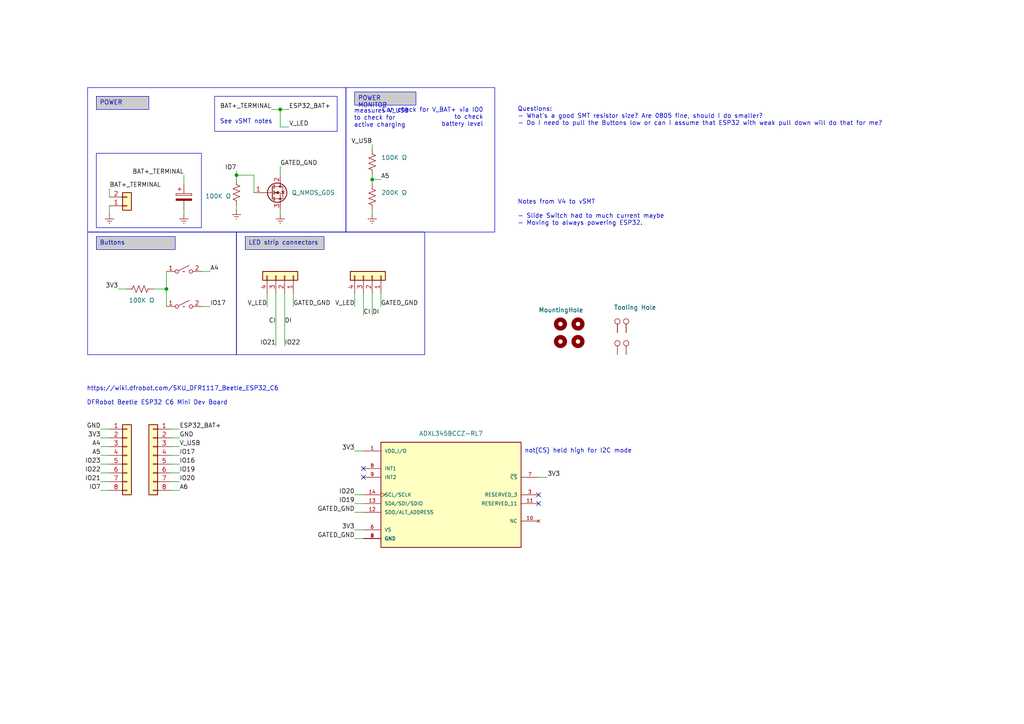
<source format=kicad_sch>
(kicad_sch (version 20231120) (generator "eeschema") (generator_version "8.0")
  (paper "A4")
  (title_block (title "PovPOI") (date "2024-08-29") (rev "5"))
  (lib_symbols
    (symbol "ADXL345BCCZ-RL7:ADXL345BCCZ-RL7" (pin_names (offset 1.016))
      (property "Reference" "U" (at -20.32 15.748 0))
      (property "Value" "ADXL345BCCZ-RL7" (at -20.32 -17.78 0))
      (symbol "ADXL345BCCZ-RL7_0_0"
        (rectangle (start -20.32 -15.24) (end 20.32 15.24) (stroke (width 0.254)) (fill (type background)))
        (pin power_in line (at 25.4 12.7 180) (length 5.08) (name "VDD_I/O") (number "1"))
        (pin no_connect line (at -25.4 -7.62 0) (length 5.08) (name "NC") (number "10"))
        (pin passive line (at -25.4 -2.54 0) (length 5.08) (name "RESERVED_11") (number "11"))
        (pin output line (at 25.4 -5.08 180) (length 5.08) (name "SDO/ALT_ADDRESS") (number "12"))
        (pin bidirectional line (at 25.4 -2.54 180) (length 5.08) (name "SDA/SDI/SDIO") (number "13"))
        (pin bidirectional clock (at 25.4 0 180) (length 5.08) (name "SCL/SCLK") (number "14"))
        (pin power_in line (at 25.4 -12.7 180) (length 5.08) (name "GND") (number "2"))
        (pin passive line (at -25.4 0 0) (length 5.08) (name "RESERVED_3") (number "3"))
        (pin power_in line (at 25.4 -12.7 180) (length 5.08) (name "GND") (number "4"))
        (pin power_in line (at 25.4 -12.7 180) (length 5.08) (name "GND") (number "5"))
        (pin power_in line (at 25.4 -10.16 180) (length 5.08) (name "VS") (number "6"))
        (pin input line (at -25.4 5.08 0) (length 5.08) (name "~{CS}") (number "7"))
        (pin output line (at 25.4 7.62 180) (length 5.08) (name "INT1") (number "8"))
        (pin output line (at 25.4 5.08 180) (length 5.08) (name "INT2") (number "9"))
      )
    )
    (symbol "Connector:TestPoint" (pin_numbers hide) (pin_names (offset 0.762) hide)
      (property "Reference" "TP" (at 0 6.858 0))
      (property "Value" "TestPoint" (at 0 5.08 0))
      (symbol "TestPoint_0_1"
        (circle (center 0 3.302) (radius 0.762))
      )
      (symbol "TestPoint_1_1"
        (pin passive line (at 0 0 90) (length 2.54) (name "1") (number "1"))
      )
    )
    (symbol "Connector_Generic:Conn_01x02" (pin_names (offset 1.016) hide)
      (property "Reference" "J" (at 0 2.54 0))
      (property "Value" "Conn_01x02" (at 0 -5.08 0))
      (symbol "Conn_01x02_1_1"
        (rectangle (start -1.27 -2.413) (end 0 -2.667) (stroke (width 0.1524)))
        (rectangle (start -1.27 0.127) (end 0 -0.127) (stroke (width 0.1524)))
        (rectangle (start -1.27 1.27) (end 1.27 -3.81) (stroke (width 0.254)) (fill (type background)))
        (pin passive line (at -5.08 0 0) (length 3.81) (name "Pin_1") (number "1"))
        (pin passive line (at -5.08 -2.54 0) (length 3.81) (name "Pin_2") (number "2"))
      )
    )
    (symbol "Connector_Generic:Conn_01x04" (pin_names (offset 1.016) hide)
      (property "Reference" "J" (at 0 5.08 0))
      (property "Value" "Conn_01x04" (at 0 -7.62 0))
      (symbol "Conn_01x04_1_1"
        (rectangle (start -1.27 -4.953) (end 0 -5.207) (stroke (width 0.1524)))
        (rectangle (start -1.27 -2.413) (end 0 -2.667) (stroke (width 0.1524)))
        (rectangle (start -1.27 0.127) (end 0 -0.127) (stroke (width 0.1524)))
        (rectangle (start -1.27 2.667) (end 0 2.413) (stroke (width 0.1524)))
        (rectangle (start -1.27 3.81) (end 1.27 -6.35) (stroke (width 0.254)) (fill (type background)))
        (pin passive line (at -5.08 2.54 0) (length 3.81) (name "Pin_1") (number "1"))
        (pin passive line (at -5.08 0 0) (length 3.81) (name "Pin_2") (number "2"))
        (pin passive line (at -5.08 -2.54 0) (length 3.81) (name "Pin_3") (number "3"))
        (pin passive line (at -5.08 -5.08 0) (length 3.81) (name "Pin_4") (number "4"))
      )
    )
    (symbol "Connector_Generic:Conn_01x08" (pin_names (offset 1.016) hide)
      (property "Reference" "J" (at 0 10.16 0))
      (property "Value" "Conn_01x08" (at 0 -12.7 0))
      (symbol "Conn_01x08_1_1"
        (rectangle (start -1.27 -10.033) (end 0 -10.287) (stroke (width 0.1524)))
        (rectangle (start -1.27 -7.493) (end 0 -7.747) (stroke (width 0.1524)))
        (rectangle (start -1.27 -4.953) (end 0 -5.207) (stroke (width 0.1524)))
        (rectangle (start -1.27 -2.413) (end 0 -2.667) (stroke (width 0.1524)))
        (rectangle (start -1.27 0.127) (end 0 -0.127) (stroke (width 0.1524)))
        (rectangle (start -1.27 2.667) (end 0 2.413) (stroke (width 0.1524)))
        (rectangle (start -1.27 5.207) (end 0 4.953) (stroke (width 0.1524)))
        (rectangle (start -1.27 7.747) (end 0 7.493) (stroke (width 0.1524)))
        (rectangle (start -1.27 8.89) (end 1.27 -11.43) (stroke (width 0.254)) (fill (type background)))
        (pin passive line (at -5.08 7.62 0) (length 3.81) (name "Pin_1") (number "1"))
        (pin passive line (at -5.08 5.08 0) (length 3.81) (name "Pin_2") (number "2"))
        (pin passive line (at -5.08 2.54 0) (length 3.81) (name "Pin_3") (number "3"))
        (pin passive line (at -5.08 0 0) (length 3.81) (name "Pin_4") (number "4"))
        (pin passive line (at -5.08 -2.54 0) (length 3.81) (name "Pin_5") (number "5"))
        (pin passive line (at -5.08 -5.08 0) (length 3.81) (name "Pin_6") (number "6"))
        (pin passive line (at -5.08 -7.62 0) (length 3.81) (name "Pin_7") (number "7"))
        (pin passive line (at -5.08 -10.16 0) (length 3.81) (name "Pin_8") (number "8"))
      )
    )
    (symbol "Device:C_Polarized" (pin_numbers hide) (pin_names (offset 0.254))
      (property "Reference" "C" (at 0.635 2.54 0))
      (property "Value" "C_Polarized" (at 0.635 -2.54 0))
      (symbol "C_Polarized_0_1"
        (rectangle (start -2.286 0.508) (end 2.286 1.016))
        (polyline (pts (xy -1.778 2.286) (xy -0.762 2.286)))
        (polyline (pts (xy -1.27 2.794) (xy -1.27 1.778)))
        (rectangle (start 2.286 -0.508) (end -2.286 -1.016) (fill (type outline)))
      )
      (symbol "C_Polarized_1_1"
        (pin passive line (at 0 3.81 270) (length 2.794) (name "~") (number "1"))
        (pin passive line (at 0 -3.81 90) (length 2.794) (name "~") (number "2"))
      )
    )
    (symbol "Device:Q_NMOS_GDS" (pin_names (offset 0) hide)
      (property "Reference" "Q" (at 5.08 1.27 0))
      (property "Value" "Q_NMOS_GDS" (at 5.08 -1.27 0))
      (symbol "Q_NMOS_GDS_0_1"
        (polyline (pts (xy 0.254 0) (xy -2.54 0)))
        (polyline (pts (xy 0.254 1.905) (xy 0.254 -1.905)) (stroke (width 0.254)))
        (polyline (pts (xy 0.762 -1.27) (xy 0.762 -2.286)) (stroke (width 0.254)))
        (polyline (pts (xy 0.762 0.508) (xy 0.762 -0.508)) (stroke (width 0.254)))
        (polyline (pts (xy 0.762 2.286) (xy 0.762 1.27)) (stroke (width 0.254)))
        (polyline (pts (xy 2.54 2.54) (xy 2.54 1.778)))
        (polyline (pts (xy 2.54 -2.54) (xy 2.54 0) (xy 0.762 0)))
        (polyline (pts (xy 0.762 -1.778) (xy 3.302 -1.778) (xy 3.302 1.778) (xy 0.762 1.778)))
        (polyline (pts (xy 1.016 0) (xy 2.032 0.381) (xy 2.032 -0.381) (xy 1.016 0)) (fill (type outline)))
        (polyline (pts (xy 2.794 0.508) (xy 2.921 0.381) (xy 3.683 0.381) (xy 3.81 0.254)))
        (polyline (pts (xy 3.302 0.381) (xy 2.921 -0.254) (xy 3.683 -0.254) (xy 3.302 0.381)))
        (circle (center 1.651 0) (radius 2.794) (stroke (width 0.254)))
        (circle (center 2.54 -1.778) (radius 0.254) (fill (type outline)))
        (circle (center 2.54 1.778) (radius 0.254) (fill (type outline)))
      )
      (symbol "Q_NMOS_GDS_1_1"
        (pin input line (at -5.08 0 0) (length 2.54) (name "G") (number "1"))
        (pin passive line (at 2.54 5.08 270) (length 2.54) (name "D") (number "2"))
        (pin passive line (at 2.54 -5.08 90) (length 2.54) (name "S") (number "3"))
      )
    )
    (symbol "Device:R_US" (pin_numbers hide) (pin_names (offset 0))
      (property "Reference" "R" (at 2.54 0 90))
      (property "Value" "R_US" (at -2.54 0 90))
      (symbol "R_US_0_1"
        (polyline (pts (xy 0 -2.286) (xy 0 -2.54)))
        (polyline (pts (xy 0 2.286) (xy 0 2.54)))
        (polyline (pts (xy 0 -0.762) (xy 1.016 -1.143) (xy 0 -1.524) (xy -1.016 -1.905) (xy 0 -2.286)))
        (polyline (pts (xy 0 0.762) (xy 1.016 0.381) (xy 0 0) (xy -1.016 -0.381) (xy 0 -0.762)))
        (polyline (pts (xy 0 2.286) (xy 1.016 1.905) (xy 0 1.524) (xy -1.016 1.143) (xy 0 0.762)))
      )
      (symbol "R_US_1_1"
        (pin passive line (at 0 3.81 270) (length 1.27) (name "~") (number "1"))
        (pin passive line (at 0 -3.81 90) (length 1.27) (name "~") (number "2"))
      )
    )
    (symbol "Mechanical:MountingHole" (pin_names (offset 1.016))
      (property "Reference" "H" (at 0 5.08 0))
      (property "Value" "MountingHole" (at 0 3.175 0))
      (symbol "MountingHole_0_1"
        (circle (center 0 0) (radius 1.27) (stroke (width 1.27)))
      )
    )
    (symbol "Switch:SW_SPST" (pin_names (offset 0) hide)
      (property "Reference" "SW" (at 0 3.175 0))
      (property "Value" "SW_SPST" (at 0 -2.54 0))
      (symbol "SW_SPST_0_0"
        (circle (center -2.032 0) (radius 0.508))
        (polyline (pts (xy -1.524 0.254) (xy 1.524 1.778)))
        (circle (center 2.032 0) (radius 0.508))
      )
      (symbol "SW_SPST_1_1"
        (pin passive line (at -5.08 0 0) (length 2.54) (name "A") (number "1"))
        (pin passive line (at 5.08 0 180) (length 2.54) (name "B") (number "2"))
      )
    )
    (symbol "power:Earth" (power) (pin_numbers hide) (pin_names (offset 0) hide)
      (property "Value" "Earth" (at 0 -3.81 0))
      (symbol "Earth_0_1"
        (polyline (pts (xy -0.635 -1.905) (xy 0.635 -1.905)))
        (polyline (pts (xy -0.127 -2.54) (xy 0.127 -2.54)))
        (polyline (pts (xy 0 -1.27) (xy 0 0)))
        (polyline (pts (xy 1.27 -1.27) (xy -1.27 -1.27)))
      )
      (symbol "Earth_1_1"
        (pin power_in line (at 0 0 270) (length 0) (name "~") (number "1"))
      )
    )
  )
  (junction (at 81.28 31.75))
  (junction (at 107.95 52.07))
  (junction (at 68.58 50.8))
  (junction (at 48.26 83.82))
  (no_connect (at 105.41 138.43))
  (no_connect (at 156.21 146.05))
  (no_connect (at 156.21 143.51))
  (no_connect (at 105.41 135.89))
  (wire (pts (xy 102.87 146.05) (xy 105.41 146.05)))
  (wire (pts (xy 102.87 143.51) (xy 105.41 143.51)))
  (wire (pts (xy 68.58 59.69) (xy 68.58 60.96)))
  (wire (pts (xy 78.74 31.75) (xy 81.28 31.75)))
  (wire (pts (xy 49.53 127) (xy 52.07 127)))
  (wire (pts (xy 29.21 142.24) (xy 31.75 142.24)))
  (wire (pts (xy 156.21 138.43) (xy 158.75 138.43)))
  (wire (pts (xy 102.87 148.59) (xy 105.41 148.59)))
  (wire (pts (xy 48.26 83.82) (xy 48.26 88.9)))
  (wire (pts (xy 105.41 85.09) (xy 105.41 91.44)))
  (wire (pts (xy 107.95 52.07) (xy 110.49 52.07)))
  (wire (pts (xy 77.47 85.09) (xy 77.47 88.9)))
  (wire (pts (xy 49.53 132.08) (xy 52.07 132.08)))
  (wire (pts (xy 107.95 60.96) (xy 107.95 62.23)))
  (wire (pts (xy 85.09 85.09) (xy 85.09 88.9)))
  (wire (pts (xy 58.42 88.9) (xy 60.96 88.9)))
  (wire (pts (xy 107.95 85.09) (xy 107.95 91.44)))
  (wire (pts (xy 81.28 31.75) (xy 83.82 31.75)))
  (wire (pts (xy 29.21 129.54) (xy 31.75 129.54)))
  (wire (pts (xy 82.55 85.09) (xy 82.55 100.33)))
  (wire (pts (xy 68.58 50.8) (xy 73.66 50.8)))
  (wire (pts (xy 73.66 55.88) (xy 73.66 50.8)))
  (wire (pts (xy 29.21 137.16) (xy 31.75 137.16)))
  (wire (pts (xy 58.42 78.74) (xy 60.96 78.74)))
  (wire (pts (xy 102.87 156.21) (xy 105.41 156.21)))
  (wire (pts (xy 53.34 50.8) (xy 53.34 53.34)))
  (wire (pts (xy 31.75 59.69) (xy 31.75 62.23)))
  (wire (pts (xy 29.21 134.62) (xy 31.75 134.62)))
  (wire (pts (xy 44.45 83.82) (xy 48.26 83.82)))
  (wire (pts (xy 107.95 50.8) (xy 107.95 52.07)))
  (wire (pts (xy 49.53 137.16) (xy 52.07 137.16)))
  (wire (pts (xy 102.87 153.67) (xy 105.41 153.67)))
  (wire (pts (xy 102.87 85.09) (xy 102.87 88.9)))
  (wire (pts (xy 49.53 142.24) (xy 52.07 142.24)))
  (wire (pts (xy 110.49 85.09) (xy 110.49 88.9)))
  (wire (pts (xy 81.28 36.83) (xy 81.28 31.75)))
  (wire (pts (xy 107.95 41.91) (xy 107.95 43.18)))
  (wire (pts (xy 68.58 50.8) (xy 68.58 52.07)))
  (wire (pts (xy 102.87 130.81) (xy 105.41 130.81)))
  (wire (pts (xy 49.53 129.54) (xy 52.07 129.54)))
  (wire (pts (xy 29.21 139.7) (xy 31.75 139.7)))
  (wire (pts (xy 49.53 134.62) (xy 52.07 134.62)))
  (wire (pts (xy 29.21 124.46) (xy 31.75 124.46)))
  (wire (pts (xy 49.53 139.7) (xy 52.07 139.7)))
  (wire (pts (xy 68.58 49.53) (xy 68.58 50.8)))
  (wire (pts (xy 83.82 36.83) (xy 81.28 36.83)))
  (wire (pts (xy 81.28 60.96) (xy 81.28 62.23)))
  (wire (pts (xy 29.21 132.08) (xy 31.75 132.08)))
  (wire (pts (xy 53.34 60.96) (xy 53.34 62.23)))
  (wire (pts (xy 107.95 53.34) (xy 107.95 52.07)))
  (wire (pts (xy 80.01 85.09) (xy 80.01 100.33)))
  (wire (pts (xy 34.29 83.82) (xy 36.83 83.82)))
  (wire (pts (xy 29.21 127) (xy 31.75 127)))
  (wire (pts (xy 81.28 48.26) (xy 81.28 50.8)))
  (wire (pts (xy 49.53 124.46) (xy 52.07 124.46)))
  (wire (pts (xy 31.75 54.61) (xy 31.75 57.15)))
  (wire (pts (xy 48.26 78.74) (xy 48.26 83.82)))
  (rectangle (start 25.4 67.31) (end 68.58 102.87))
  (rectangle (start 62.23 27.94) (end 97.79 38.1))
  (rectangle (start 100.33 25.4) (end 143.51 67.31))
  (rectangle (start 25.4 25.4) (end 100.33 67.31))
  (rectangle (start 68.58 67.31) (end 123.19 102.87))
  (rectangle (start 27.94 44.45) (end 58.42 66.04))
  (text_box "POWER\n" (at 27.94 27.94 0) (size 15.24 3.81) (fill (type color) (color 204 204 204 1)) (effects (font (size 1.27 1.27)) (justify left top)))
  (text_box "LED strip connectors" (at 71.12 68.58 0) (size 22.86 3.81) (fill (type color) (color 204 204 204 1)) (effects (font (size 1.27 1.27)) (justify left top)))
  (text_box "POWER MONITOR\n" (at 102.87 26.67 0) (size 17.78 3.81) (fill (type color) (color 204 204 204 1)) (effects (font (size 1.27 1.27)) (justify left top)))
  (text_box "Buttons" (at 27.94 68.58 0) (size 22.86 3.81) (fill (type color) (color 204 204 204 1)) (effects (font (size 1.27 1.27)) (justify left top)))
  (text "Notes from V4 to vSMT\n\n- Slide Switch had to much current maybe\n- Moving to always powering ESP32." (at 150.114 57.912 0) (effects (font (size 1.27 1.27)) (justify left top)))
  (text "Can check for V_BAT+ via IO0\nto check\nbattery level" (at 140.208 36.83 0) (effects (font (size 1.27 1.27)) (justify right bottom)))
  (text "https://wiki.dfrobot.com/SKU_DFR1117_Beetle_ESP32_C6\n\nDFRobot Beetle ESP32 C6 Mini Dev Board" (at 25.146 117.602 0) (effects (font (size 1.27 1.27)) (justify left bottom)))
  (text "Questions:\n- What's a good SMT resistor size? Are 0805 fine, should I do smaller?\n- Do I need to pull the Buttons low or can I assume that ESP32 with weak pull down will do that for me?" (at 150.114 30.988 0) (effects (font (size 1.27 1.27)) (justify left top)))
  (text "See vSMT notes" (at 63.754 36.068 0) (effects (font (size 1.27 1.27)) (justify left bottom)))
  (text "not(CS) held high for I2C mode" (at 152.146 131.572 0) (effects (font (size 1.27 1.27)) (justify left bottom)))
  (text "measures V_USB\nto check for\nactive charging" (at 102.616 37.084 0) (effects (font (size 1.27 1.27)) (justify left bottom)))
  (label "GND" (at 29.21 124.46 180))
  (label "3V3" (at 34.29 83.82 180))
  (label "3V3" (at 29.21 127 180))
  (label "GATED_GND" (at 85.09 88.9 0))
  (label "GATED_GND" (at 81.28 48.26 0))
  (label "IO7" (at 68.58 49.53 180))
  (label "CI" (at 105.41 91.44 0))
  (label "3V3" (at 102.87 153.67 180))
  (label "V_USB" (at 107.95 41.91 180))
  (label "IO21" (at 29.21 139.7 180))
  (label "IO17" (at 60.96 88.9 0))
  (label "3V3" (at 102.87 130.81 180))
  (label "DI" (at 107.95 91.44 0))
  (label "IO7" (at 29.21 142.24 180))
  (label "A6" (at 52.07 142.24 0))
  (label "GATED_GND" (at 110.49 88.9 0))
  (label "GATED_GND" (at 102.87 148.59 180))
  (label "DI" (at 82.55 93.98 0))
  (label "V_LED" (at 102.87 88.9 180))
  (label "V_LED" (at 83.82 36.83 0))
  (label "IO21" (at 80.01 100.33 180))
  (label "IO19" (at 102.87 146.05 180))
  (label "IO20" (at 102.87 143.51 180))
  (label "IO20" (at 52.07 139.7 0))
  (label "IO19" (at 52.07 137.16 0))
  (label "GATED_GND" (at 102.87 156.21 180))
  (label "IO16" (at 52.07 134.62 0))
  (label "V_USB" (at 52.07 129.54 0))
  (label "CI" (at 80.01 93.98 180))
  (label "A5" (at 29.21 132.08 180))
  (label "BAT+_TERMINAL" (at 78.74 31.75 180))
  (label "ESP32_BAT+" (at 83.82 31.75 0))
  (label "BAT+_TERMINAL" (at 31.75 54.61 0))
  (label "BAT+_TERMINAL" (at 53.34 50.8 180))
  (label "IO22" (at 82.55 100.33 0))
  (label "IO17" (at 52.07 132.08 0))
  (label "A4" (at 29.21 129.54 180))
  (label "IO23" (at 29.21 134.62 180))
  (label "A5" (at 110.49 52.07 0))
  (label "A4" (at 60.96 78.74 0))
  (label "ESP32_BAT+" (at 52.07 124.46 0))
  (label "3V3" (at 158.75 138.43 0))
  (label "V_LED" (at 77.47 88.9 180))
  (label "IO22" (at 29.21 137.16 180))
  (label "GND" (at 52.07 127 0))
  (symbol (lib_id "Switch:SW_SPST") (at 53.34 88.9 0) (unit 1)
    (property "Reference" "SW1" (effects (hide yes)))
    (property "Value" "SW_SPST" (effects (hide yes)))
    (property "Footprint" "Button_Switch_SMD:SW_SPST_EVQP7C" (effects (hide yes)))
    (property "Datasheet" "~" (at 53.34 88.9 0))
    (property "Description" "Single Pole Single Throw (SPST) switch" (effects (hide yes)))
    (property "LCSC" "C388883" (effects (hide yes)))
  )
  (symbol (lib_id "Connector:TestPoint") (at 179.07 102.87 0) (unit 1)
    (property "Reference" "TP3" (effects (hide yes)))
    (property "Value" "Tooling Hole" (effects (hide yes)))
    (property "Footprint" "00_PERSONAL:ToolingHole_JLCPCB" (effects (hide yes)))
    (property "Description" "test point" (effects (hide yes)))
  )
  (symbol (lib_id "Connector:TestPoint") (at 181.61 102.87 0) (unit 1)
    (property "Reference" "TP4" (effects (hide yes)))
    (property "Value" "Tooling Hole" (effects (hide yes)))
    (property "Footprint" "00_PERSONAL:ToolingHole_JLCPCB" (effects (hide yes)))
    (property "Description" "test point" (effects (hide yes)))
  )
  (symbol (lib_id "power:Earth") (at 81.28 62.23 0) (unit 1)
    (property "Reference" "#PWR06" (effects (hide yes)))
    (property "Value" "GND" (effects (hide yes)))
  )
  (symbol (lib_id "power:Earth") (at 53.34 62.23 0) (unit 1)
    (property "Reference" "#PWR02" (effects (hide yes)))
    (property "Value" "GND" (effects (hide yes)))
  )
  (symbol (lib_id "Device:Q_NMOS_GDS") (at 78.74 55.88 0) (unit 1)
    (property "Reference" "Q2" (effects (hide yes)))
    (property "Value" "Q_NMOS_GDS" (at 84.582 55.88 0) (effects (justify left)))
    (property "Footprint" "Package_TO_SOT_SMD:TO-252-2" (effects (hide yes)))
    (property "Description" "N-MOSFET transistor, gate/drain/source" (effects (hide yes)))
    (property "LCS" "C357852" (effects (hide yes)))
  )
  (symbol (lib_id "Connector:TestPoint") (at 181.61 96.52 0) (unit 1)
    (property "Reference" "TP2" (effects (hide yes)))
    (property "Value" "Tooling Hole" (effects (hide yes)))
    (property "Footprint" "00_PERSONAL:ToolingHole_JLCPCB" (effects (hide yes)))
    (property "Description" "test point" (effects (hide yes)))
  )
  (symbol (lib_id "Connector_Generic:Conn_01x04") (at 107.95 80.01 270) (mirror x) (unit 1)
    (property "Reference" "J3" (effects (hide yes)))
    (property "Value" "Conn_01x04" (effects (hide yes)))
    (property "Footprint" "00_PERSONAL:PinHeader_1x04_P2.54mm_Vertical_LARGER_HOLES" (effects (hide yes)))
  )
  (symbol (lib_id "Connector_Generic:Conn_01x04") (at 82.55 80.01 270) (mirror x) (unit 1)
    (property "Reference" "J5" (effects (hide yes)))
    (property "Value" "Conn_01x04" (effects (hide yes)))
    (property "Footprint" "00_PERSONAL:PinHeader_1x04_P2.54mm_Vertical_LARGER_HOLES" (effects (hide yes)))
  )
  (symbol (lib_id "Device:R_US") (at 68.58 55.88 180) (unit 1)
    (property "Reference" "R6" (effects (hide yes)))
    (property "Value" "100K Ω" (at 67.056 56.896 0) (effects (justify left)))
    (property "Footprint" "Resistor_SMD:R_0805_2012Metric_Pad1.20x1.40mm_HandSolder" (effects (hide yes)))
    (property "Description" "Resistor, US symbol" (effects (hide yes)))
    (property "LCSC" "C149504" (effects (hide yes)))
    (property "JLC" "0805" (effects (hide yes)))
  )
  (symbol (lib_id "Mechanical:MountingHole") (at 167.64 99.06 0) (unit 1)
    (property "Reference" "H4" (effects (hide yes)))
    (property "Value" "MountingHole" (effects (hide yes)))
    (property "Footprint" "MountingHole:MountingHole_2.2mm_M2_Pad" (effects (hide yes)))
  )
  (symbol (lib_id "power:Earth") (at 107.95 62.23 0) (unit 1)
    (property "Reference" "#PWR04" (effects (hide yes)))
    (property "Value" "GND" (effects (hide yes)))
  )
  (symbol (lib_id "Connector_Generic:Conn_01x08") (at 44.45 132.08 0) (mirror y) (unit 1)
    (property "Reference" "J4" (effects (hide yes)))
    (property "Value" "Conn_01x08" (effects (hide yes)))
    (property "Footprint" "Connector_PinSocket_2.54mm:PinSocket_1x08_P2.54mm_Vertical" (effects (hide yes)))
    (property "Description" "Generic connector, single row, 01x08, script generated (kicad-library-utils/schlib/autogen/connector/)" (effects (hide yes)))
  )
  (symbol (lib_id "Connector:TestPoint") (at 179.07 96.52 0) (unit 1)
    (property "Reference" "TP1" (effects (hide yes)))
    (property "Value" "Tooling Hole" (at 178.054 89.154 0) (effects (justify left)))
    (property "Footprint" "00_PERSONAL:ToolingHole_JLCPCB" (effects (hide yes)))
    (property "Description" "test point" (effects (hide yes)))
  )
  (symbol (lib_id "Device:R_US") (at 107.95 46.99 180) (unit 1)
    (property "Reference" "R1" (effects (hide yes)))
    (property "Value" "100K Ω" (at 118.11 45.72 0) (effects (justify left)))
    (property "Footprint" "Resistor_SMD:R_0805_2012Metric_Pad1.20x1.40mm_HandSolder" (effects (hide yes)))
    (property "Description" "Resistor, US symbol" (effects (hide yes)))
    (property "LCSC" "C149504" (effects (hide yes)))
    (property "JLC" "0805" (effects (hide yes)))
  )
  (symbol (lib_id "Device:R_US") (at 40.64 83.82 270) (unit 1)
    (property "Reference" "R5" (effects (hide yes)))
    (property "Value" "100K Ω" (at 37.338 87.122 90) (effects (justify left)))
    (property "Footprint" "Resistor_SMD:R_0805_2012Metric_Pad1.20x1.40mm_HandSolder" (effects (hide yes)))
    (property "Description" "Resistor, US symbol" (effects (hide yes)))
    (property "LCSC" "C149504" (effects (hide yes)))
    (property "JLC" "0805" (effects (hide yes)))
  )
  (symbol (lib_id "ADXL345BCCZ-RL7:ADXL345BCCZ-RL7") (at 130.81 143.51 0) (mirror y) (unit 1)
    (property "Reference" "U2" (effects (hide yes)))
    (property "Value" "ADXL345BCCZ-RL7" (at 130.81 125.73 0))
    (property "Footprint" "00_PERSONAL:PQFN80P500X300X100-14N" (effects (hide yes)))
    (property "MF" "Analog Devices" (effects (hide yes)))
    (property "SNAPEDA_PACKAGE_ID" "105924" (effects (hide yes)))
    (property "MAXIMUM_PACKAGE_HEIGHT" "1 mm" (effects (hide yes)))
    (property "Price" "None" (effects (hide yes)))
    (property "Package" "LGA -14 Analog Devices" (effects (hide yes)))
    (property "Check_prices" "https://www.snapeda.com/parts/ADXL345BCCZ-RL7/Analog+Devices/view-part/?ref=eda" (effects (hide yes)))
    (property "STANDARD" "IPC 7351B" (effects (hide yes)))
    (property "PARTREV" "B" (effects (hide yes)))
    (property "SnapEDA_Link" "https://www.snapeda.com/parts/ADXL345BCCZ-RL7/Analog+Devices/view-part/?ref=snap" (effects (hide yes)))
    (property "MP" "ADXL345BCCZ-RL7" (effects (hide yes)))
    (property "Purchase-URL" "https://www.snapeda.com/api/url_track_click_mouser/?unipart_id=52304&manufacturer=Analog Devices&part_name=ADXL345BCCZ-RL7&search_term=None" (effects (hide yes)))
    (property "Description_1" "\n3-Axis, ±2 g/±4 g/±8 g/±16 g Digital Accelerometer\n" (effects (hide yes)))
    (property "MANUFACTURER" "Analog Devices" (effects (hide yes)))
    (property "Availability" "In Stock" (effects (hide yes)))
    (property "SNAPEDA_PN" "ADXL345BCCZ-RL7" (effects (hide yes)))
    (property "LCSC" "C9667" (effects (hide yes)))
  )
  (symbol (lib_id "Connector_Generic:Conn_01x08") (at 36.83 132.08 0) (unit 1)
    (property "Reference" "J2" (effects (hide yes)))
    (property "Value" "Conn_01x08" (effects (hide yes)))
    (property "Footprint" "Connector_PinSocket_2.54mm:PinSocket_1x08_P2.54mm_Vertical" (effects (hide yes)))
    (property "Description" "Generic connector, single row, 01x08, script generated (kicad-library-utils/schlib/autogen/connector/)" (effects (hide yes)))
  )
  (symbol (lib_id "power:Earth") (at 68.58 60.96 0) (unit 1)
    (property "Reference" "#PWR03" (effects (hide yes)))
    (property "Value" "GND" (effects (hide yes)))
  )
  (symbol (lib_id "Device:C_Polarized") (at 53.34 57.15 0) (unit 1)
    (property "Reference" "C2" (effects (hide yes)))
    (property "Value" "C_Polarized" (effects (hide yes)))
    (property "Footprint" "Resistor_SMD:R_0805_2012Metric_Pad1.20x1.40mm_HandSolder" (effects (hide yes)))
    (property "JLC" "0805" (effects (hide yes)))
  )
  (symbol (lib_id "power:Earth") (at 31.75 62.23 0) (unit 1)
    (property "Reference" "#PWR01" (effects (hide yes)))
    (property "Value" "GND" (effects (hide yes)))
  )
  (symbol (lib_id "Mechanical:MountingHole") (at 167.64 93.98 0) (unit 1)
    (property "Reference" "H2" (effects (hide yes)))
    (property "Value" "MountingHole" (effects (hide yes)))
    (property "Footprint" "MountingHole:MountingHole_2.2mm_M2_Pad" (effects (hide yes)))
  )
  (symbol (lib_id "Connector_Generic:Conn_01x02") (at 36.83 59.69 0) (mirror x) (unit 1)
    (property "Reference" "BatteryConn1" (effects (hide yes)))
    (property "Value" "Conn_01x02" (effects (hide yes)))
    (property "Footprint" "Connector_PinSocket_2.54mm:PinSocket_1x02_P2.54mm_Vertical" (effects (hide yes)))
  )
  (symbol (lib_id "Mechanical:MountingHole") (at 162.56 93.98 0) (unit 1)
    (property "Reference" "H3" (effects (hide yes)))
    (property "Value" "MountingHole" (at 156.21 89.916 0) (effects (justify left)))
    (property "Footprint" "MountingHole:MountingHole_2.2mm_M2_Pad" (effects (hide yes)))
  )
  (symbol (lib_id "Switch:SW_SPST") (at 53.34 78.74 0) (unit 1)
    (property "Reference" "SW2" (effects (hide yes)))
    (property "Value" "SW_SPST" (effects (hide yes)))
    (property "Footprint" "Button_Switch_SMD:SW_SPST_EVQP7C" (effects (hide yes)))
    (property "Datasheet" "~" (at 53.34 78.74 0))
    (property "Description" "Single Pole Single Throw (SPST) switch" (effects (hide yes)))
    (property "LCSC" "C388883" (effects (hide yes)))
  )
  (symbol (lib_id "Device:R_US") (at 107.95 57.15 180) (unit 1)
    (property "Reference" "R3" (effects (hide yes)))
    (property "Value" "200K Ω" (at 118.11 55.88 0) (effects (justify left)))
    (property "Footprint" "Resistor_SMD:R_0805_2012Metric_Pad1.20x1.40mm_HandSolder" (effects (hide yes)))
    (property "Description" "Resistor, US symbol" (effects (hide yes)))
    (property "LCSC" "C17539" (effects (hide yes)))
    (property "JLC" "0805" (effects (hide yes)))
  )
  (symbol (lib_id "Mechanical:MountingHole") (at 162.56 99.06 0) (unit 1)
    (property "Reference" "H1" (effects (hide yes)))
    (property "Value" "MountingHole" (effects (hide yes)))
    (property "Footprint" "MountingHole:MountingHole_2.2mm_M2_Pad" (effects (hide yes)))
  )
)
</source>
